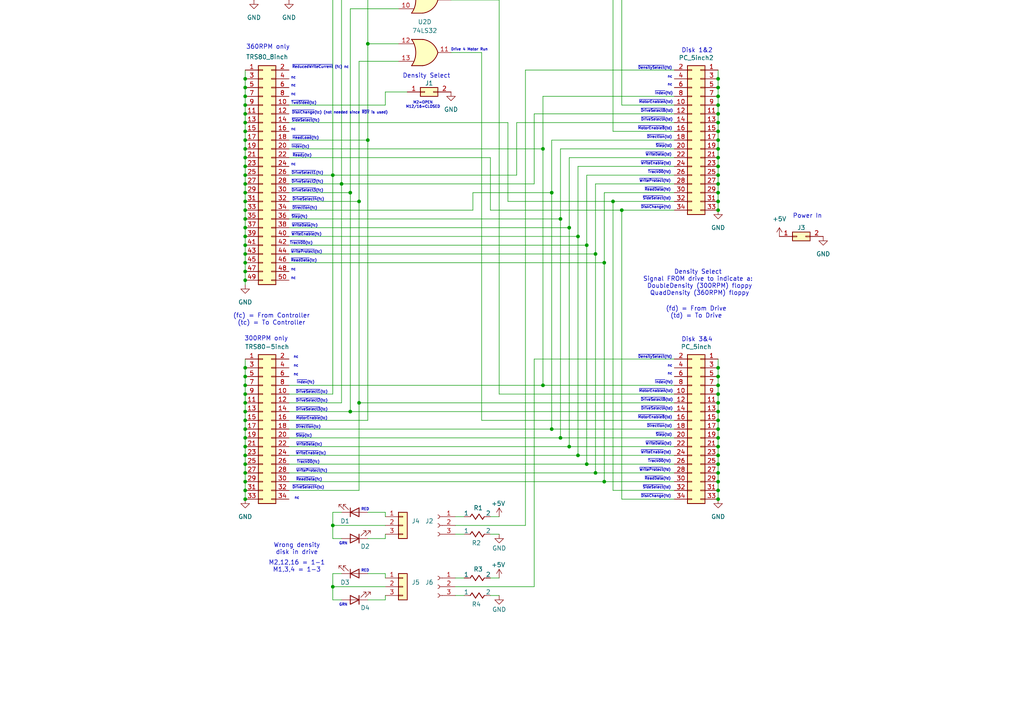
<source format=kicad_sch>
(kicad_sch (version 20231120) (generator "eeschema") (generator_version "8.0")
  (paper "A4")
  (lib_symbols
    (symbol "74xx:74LS32" (pin_names (offset 1.016))
      (property "Reference" "U" (at 0 1.27 0))
      (property "Value" "74LS32" (at 0 -1.27 0))
      (symbol "74LS32_1_1"
        (pin input line (at -7.62 2.54 0) (length 4.318) (name "~") (number "1"))
        (pin input line (at -7.62 -2.54 0) (length 4.318) (name "~") (number "2"))
        (pin output line (at 7.62 0 180) (length 3.81) (name "~") (number "3"))
      )
      (symbol "74LS32_1_2"
        (pin input inverted (at -7.62 2.54 0) (length 3.81) (name "~") (number "1"))
        (pin input inverted (at -7.62 -2.54 0) (length 3.81) (name "~") (number "2"))
        (pin output inverted (at 7.62 0 180) (length 3.81) (name "~") (number "3"))
      )
      (symbol "74LS32_2_1"
        (pin input line (at -7.62 2.54 0) (length 4.318) (name "~") (number "4"))
        (pin input line (at -7.62 -2.54 0) (length 4.318) (name "~") (number "5"))
        (pin output line (at 7.62 0 180) (length 3.81) (name "~") (number "6"))
      )
      (symbol "74LS32_2_2"
        (pin input inverted (at -7.62 2.54 0) (length 3.81) (name "~") (number "4"))
        (pin input inverted (at -7.62 -2.54 0) (length 3.81) (name "~") (number "5"))
        (pin output inverted (at 7.62 0 180) (length 3.81) (name "~") (number "6"))
      )
      (symbol "74LS32_3_1"
        (pin input line (at -7.62 -2.54 0) (length 4.318) (name "~") (number "10"))
        (pin output line (at 7.62 0 180) (length 3.81) (name "~") (number "8"))
        (pin input line (at -7.62 2.54 0) (length 4.318) (name "~") (number "9"))
      )
      (symbol "74LS32_3_2"
        (pin input inverted (at -7.62 -2.54 0) (length 3.81) (name "~") (number "10"))
        (pin output inverted (at 7.62 0 180) (length 3.81) (name "~") (number "8"))
        (pin input inverted (at -7.62 2.54 0) (length 3.81) (name "~") (number "9"))
      )
      (symbol "74LS32_4_1"
        (pin output line (at 7.62 0 180) (length 3.81) (name "~") (number "11"))
        (pin input line (at -7.62 2.54 0) (length 4.318) (name "~") (number "12"))
        (pin input line (at -7.62 -2.54 0) (length 4.318) (name "~") (number "13"))
      )
      (symbol "74LS32_4_2"
        (pin output inverted (at 7.62 0 180) (length 3.81) (name "~") (number "11"))
        (pin input inverted (at -7.62 2.54 0) (length 3.81) (name "~") (number "12"))
        (pin input inverted (at -7.62 -2.54 0) (length 3.81) (name "~") (number "13"))
      )
      (symbol "74LS32_5_0"
        (pin power_in line (at 0 12.7 270) (length 5.08) (name "VCC") (number "14"))
        (pin power_in line (at 0 -12.7 90) (length 5.08) (name "GND") (number "7"))
      )
    )
    (symbol "ArfonSymbols:Resistor" (pin_numbers hide) (pin_names (offset 0))
      (property "Reference" "R?" (at 3.81 2.54 0))
      (property "Value" "Resistor" (at 4.318 -1.778 0))
      (symbol "Resistor_1_1"
        (pin passive line (at 0 0 0) (length 1.27) (name "1") (number "1"))
        (pin passive line (at 7.62 0 180) (length 1.27) (name "2") (number "2"))
      )
    )
    (symbol "Connector:Conn_01x03_Socket" (pin_names (offset 1.016) hide)
      (property "Reference" "J" (at 0 5.08 0))
      (property "Value" "Conn_01x03_Socket" (at 0 -5.08 0))
      (symbol "Conn_01x03_Socket_1_1"
        (pin passive line (at -5.08 2.54 0) (length 3.81) (name "Pin_1") (number "1"))
        (pin passive line (at -5.08 0 0) (length 3.81) (name "Pin_2") (number "2"))
        (pin passive line (at -5.08 -2.54 0) (length 3.81) (name "Pin_3") (number "3"))
      )
    )
    (symbol "Connector_Generic:Conn_01x03" (pin_names (offset 1.016) hide)
      (property "Reference" "J" (at 0 5.08 0))
      (property "Value" "Conn_01x03" (at 0 -5.08 0))
      (symbol "Conn_01x03_1_1"
        (pin passive line (at -5.08 2.54 0) (length 3.81) (name "Pin_1") (number "1"))
        (pin passive line (at -5.08 0 0) (length 3.81) (name "Pin_2") (number "2"))
        (pin passive line (at -5.08 -2.54 0) (length 3.81) (name "Pin_3") (number "3"))
      )
    )
    (symbol "Connector_Generic:Conn_02x01" (pin_names (offset 1.016) hide)
      (property "Reference" "J" (at 1.27 2.54 0))
      (property "Value" "Conn_02x01" (at 1.27 -2.54 0))
      (symbol "Conn_02x01_1_1"
        (pin passive line (at -5.08 0 0) (length 3.81) (name "Pin_1") (number "1"))
        (pin passive line (at 7.62 0 180) (length 3.81) (name "Pin_2") (number "2"))
      )
    )
    (symbol "Connector_Generic:Conn_02x17_Odd_Even" (pin_names (offset 1.016) hide)
      (property "Reference" "J" (at 1.27 22.86 0))
      (property "Value" "Conn_02x17_Odd_Even" (at 1.27 -22.86 0))
      (symbol "Conn_02x17_Odd_Even_1_1"
        (pin passive line (at -5.08 20.32 0) (length 3.81) (name "Pin_1") (number "1"))
        (pin passive line (at 7.62 10.16 180) (length 3.81) (name "Pin_10") (number "10"))
        (pin passive line (at -5.08 7.62 0) (length 3.81) (name "Pin_11") (number "11"))
        (pin passive line (at 7.62 7.62 180) (length 3.81) (name "Pin_12") (number "12"))
        (pin passive line (at -5.08 5.08 0) (length 3.81) (name "Pin_13") (number "13"))
        (pin passive line (at 7.62 5.08 180) (length 3.81) (name "Pin_14") (number "14"))
        (pin passive line (at -5.08 2.54 0) (length 3.81) (name "Pin_15") (number "15"))
        (pin passive line (at 7.62 2.54 180) (length 3.81) (name "Pin_16") (number "16"))
        (pin passive line (at -5.08 0 0) (length 3.81) (name "Pin_17") (number "17"))
        (pin passive line (at 7.62 0 180) (length 3.81) (name "Pin_18") (number "18"))
        (pin passive line (at -5.08 -2.54 0) (length 3.81) (name "Pin_19") (number "19"))
        (pin passive line (at 7.62 20.32 180) (length 3.81) (name "Pin_2") (number "2"))
        (pin passive line (at 7.62 -2.54 180) (length 3.81) (name "Pin_20") (number "20"))
        (pin passive line (at -5.08 -5.08 0) (length 3.81) (name "Pin_21") (number "21"))
        (pin passive line (at 7.62 -5.08 180) (length 3.81) (name "Pin_22") (number "22"))
        (pin passive line (at -5.08 -7.62 0) (length 3.81) (name "Pin_23") (number "23"))
        (pin passive line (at 7.62 -7.62 180) (length 3.81) (name "Pin_24") (number "24"))
        (pin passive line (at -5.08 -10.16 0) (length 3.81) (name "Pin_25") (number "25"))
        (pin passive line (at 7.62 -10.16 180) (length 3.81) (name "Pin_26") (number "26"))
        (pin passive line (at -5.08 -12.7 0) (length 3.81) (name "Pin_27") (number "27"))
        (pin passive line (at 7.62 -12.7 180) (length 3.81) (name "Pin_28") (number "28"))
        (pin passive line (at -5.08 -15.24 0) (length 3.81) (name "Pin_29") (number "29"))
        (pin passive line (at -5.08 17.78 0) (length 3.81) (name "Pin_3") (number "3"))
        (pin passive line (at 7.62 -15.24 180) (length 3.81) (name "Pin_30") (number "30"))
        (pin passive line (at -5.08 -17.78 0) (length 3.81) (name "Pin_31") (number "31"))
        (pin passive line (at 7.62 -17.78 180) (length 3.81) (name "Pin_32") (number "32"))
        (pin passive line (at -5.08 -20.32 0) (length 3.81) (name "Pin_33") (number "33"))
        (pin passive line (at 7.62 -20.32 180) (length 3.81) (name "Pin_34") (number "34"))
        (pin passive line (at 7.62 17.78 180) (length 3.81) (name "Pin_4") (number "4"))
        (pin passive line (at -5.08 15.24 0) (length 3.81) (name "Pin_5") (number "5"))
        (pin passive line (at 7.62 15.24 180) (length 3.81) (name "Pin_6") (number "6"))
        (pin passive line (at -5.08 12.7 0) (length 3.81) (name "Pin_7") (number "7"))
        (pin passive line (at 7.62 12.7 180) (length 3.81) (name "Pin_8") (number "8"))
        (pin passive line (at -5.08 10.16 0) (length 3.81) (name "Pin_9") (number "9"))
      )
    )
    (symbol "Connector_Generic:Conn_02x25_Odd_Even" (pin_names (offset 1.016) hide)
      (property "Reference" "J" (at 1.27 33.02 0))
      (property "Value" "Conn_02x25_Odd_Even" (at 1.27 -33.02 0))
      (symbol "Conn_02x25_Odd_Even_1_1"
        (pin passive line (at -5.08 30.48 0) (length 3.81) (name "Pin_1") (number "1"))
        (pin passive line (at 7.62 20.32 180) (length 3.81) (name "Pin_10") (number "10"))
        (pin passive line (at -5.08 17.78 0) (length 3.81) (name "Pin_11") (number "11"))
        (pin passive line (at 7.62 17.78 180) (length 3.81) (name "Pin_12") (number "12"))
        (pin passive line (at -5.08 15.24 0) (length 3.81) (name "Pin_13") (number "13"))
        (pin passive line (at 7.62 15.24 180) (length 3.81) (name "Pin_14") (number "14"))
        (pin passive line (at -5.08 12.7 0) (length 3.81) (name "Pin_15") (number "15"))
        (pin passive line (at 7.62 12.7 180) (length 3.81) (name "Pin_16") (number "16"))
        (pin passive line (at -5.08 10.16 0) (length 3.81) (name "Pin_17") (number "17"))
        (pin passive line (at 7.62 10.16 180) (length 3.81) (name "Pin_18") (number "18"))
        (pin passive line (at -5.08 7.62 0) (length 3.81) (name "Pin_19") (number "19"))
        (pin passive line (at 7.62 30.48 180) (length 3.81) (name "Pin_2") (number "2"))
        (pin passive line (at 7.62 7.62 180) (length 3.81) (name "Pin_20") (number "20"))
        (pin passive line (at -5.08 5.08 0) (length 3.81) (name "Pin_21") (number "21"))
        (pin passive line (at 7.62 5.08 180) (length 3.81) (name "Pin_22") (number "22"))
        (pin passive line (at -5.08 2.54 0) (length 3.81) (name "Pin_23") (number "23"))
        (pin passive line (at 7.62 2.54 180) (length 3.81) (name "Pin_24") (number "24"))
        (pin passive line (at -5.08 0 0) (length 3.81) (name "Pin_25") (number "25"))
        (pin passive line (at 7.62 0 180) (length 3.81) (name "Pin_26") (number "26"))
        (pin passive line (at -5.08 -2.54 0) (length 3.81) (name "Pin_27") (number "27"))
        (pin passive line (at 7.62 -2.54 180) (length 3.81) (name "Pin_28") (number "28"))
        (pin passive line (at -5.08 -5.08 0) (length 3.81) (name "Pin_29") (number "29"))
        (pin passive line (at -5.08 27.94 0) (length 3.81) (name "Pin_3") (number "3"))
        (pin passive line (at 7.62 -5.08 180) (length 3.81) (name "Pin_30") (number "30"))
        (pin passive line (at -5.08 -7.62 0) (length 3.81) (name "Pin_31") (number "31"))
        (pin passive line (at 7.62 -7.62 180) (length 3.81) (name "Pin_32") (number "32"))
        (pin passive line (at -5.08 -10.16 0) (length 3.81) (name "Pin_33") (number "33"))
        (pin passive line (at 7.62 -10.16 180) (length 3.81) (name "Pin_34") (number "34"))
        (pin passive line (at -5.08 -12.7 0) (length 3.81) (name "Pin_35") (number "35"))
        (pin passive line (at 7.62 -12.7 180) (length 3.81) (name "Pin_36") (number "36"))
        (pin passive line (at -5.08 -15.24 0) (length 3.81) (name "Pin_37") (number "37"))
        (pin passive line (at 7.62 -15.24 180) (length 3.81) (name "Pin_38") (number "38"))
        (pin passive line (at -5.08 -17.78 0) (length 3.81) (name "Pin_39") (number "39"))
        (pin passive line (at 7.62 27.94 180) (length 3.81) (name "Pin_4") (number "4"))
        (pin passive line (at 7.62 -17.78 180) (length 3.81) (name "Pin_40") (number "40"))
        (pin passive line (at -5.08 -20.32 0) (length 3.81) (name "Pin_41") (number "41"))
        (pin passive line (at 7.62 -20.32 180) (length 3.81) (name "Pin_42") (number "42"))
        (pin passive line (at -5.08 -22.86 0) (length 3.81) (name "Pin_43") (number "43"))
        (pin passive line (at 7.62 -22.86 180) (length 3.81) (name "Pin_44") (number "44"))
        (pin passive line (at -5.08 -25.4 0) (length 3.81) (name "Pin_45") (number "45"))
        (pin passive line (at 7.62 -25.4 180) (length 3.81) (name "Pin_46") (number "46"))
        (pin passive line (at -5.08 -27.94 0) (length 3.81) (name "Pin_47") (number "47"))
        (pin passive line (at 7.62 -27.94 180) (length 3.81) (name "Pin_48") (number "48"))
        (pin passive line (at -5.08 -30.48 0) (length 3.81) (name "Pin_49") (number "49"))
        (pin passive line (at -5.08 25.4 0) (length 3.81) (name "Pin_5") (number "5"))
        (pin passive line (at 7.62 -30.48 180) (length 3.81) (name "Pin_50") (number "50"))
        (pin passive line (at 7.62 25.4 180) (length 3.81) (name "Pin_6") (number "6"))
        (pin passive line (at -5.08 22.86 0) (length 3.81) (name "Pin_7") (number "7"))
        (pin passive line (at 7.62 22.86 180) (length 3.81) (name "Pin_8") (number "8"))
        (pin passive line (at -5.08 20.32 0) (length 3.81) (name "Pin_9") (number "9"))
      )
    )
    (symbol "Device:LED" (pin_numbers hide) (pin_names (offset 1.016) hide)
      (property "Reference" "D" (at 0 2.54 0))
      (property "Value" "LED" (at 0 -2.54 0))
      (symbol "LED_1_1"
        (pin passive line (at -3.81 0 0) (length 2.54) (name "K") (number "1"))
        (pin passive line (at 3.81 0 180) (length 2.54) (name "A") (number "2"))
      )
    )
    (symbol "GenericComponents:Capacitor_-_Polarized" (pin_numbers hide) (pin_names (offset 0.254))
      (property "Reference" "C" (at 1.778 1.778 0))
      (property "Value" "Capacitor" (at 2.54 -5.08 0))
      (symbol "Capacitor_-_Polarized_1_1"
        (pin passive line (at 0 2.54 270) (length 2.54) (name "1") (number "1"))
        (pin passive line (at 0 -5.08 90) (length 2.54) (name "2") (number "2"))
      )
    )
    (symbol "power:+5V" (power) (pin_names (offset 0))
      (property "Value" "+5V" (at 0 3.556 0))
      (symbol "+5V_1_1"
        (pin power_in line (at 0 0 90) (length 0) hide (name "+5V") (number "1"))
      )
    )
    (symbol "power:GND" (power) (pin_names (offset 0))
      (property "Value" "GND" (at 0 -3.81 0))
      (symbol "GND_1_1"
        (pin power_in line (at 0 0 270) (length 0) hide (name "GND") (number "1"))
      )
    )
  )
  (junction (at 208.28 144.78))
  (junction (at 180.34 60.96))
  (junction (at 172.72 73.66))
  (junction (at 71.12 134.62))
  (junction (at 175.26 139.7))
  (junction (at 208.28 53.34))
  (junction (at 71.12 132.08))
  (junction (at 99.06 53.34))
  (junction (at 165.1 66.04))
  (junction (at 208.28 116.84))
  (junction (at 71.12 30.48))
  (junction (at 208.28 111.76))
  (junction (at 71.12 66.04))
  (junction (at 71.12 111.76))
  (junction (at 96.52 170.18))
  (junction (at 71.12 73.66))
  (junction (at 208.28 22.86))
  (junction (at 71.12 27.94))
  (junction (at 71.12 35.56))
  (junction (at 71.12 142.24))
  (junction (at 106.68 -2.54))
  (junction (at 106.68 12.7))
  (junction (at 71.12 25.4))
  (junction (at 71.12 68.58))
  (junction (at 170.18 134.62))
  (junction (at 71.12 76.2))
  (junction (at 71.12 129.54))
  (junction (at 106.68 -17.78))
  (junction (at 73.66 -25.4))
  (junction (at 208.28 134.62))
  (junction (at 208.28 127))
  (junction (at 208.28 43.18))
  (junction (at 71.12 114.3))
  (junction (at 208.28 35.56))
  (junction (at 177.8 58.42))
  (junction (at 208.28 106.68))
  (junction (at 71.12 121.92))
  (junction (at 71.12 119.38))
  (junction (at 208.28 48.26))
  (junction (at 208.28 50.8))
  (junction (at 96.52 152.4))
  (junction (at 208.28 27.94))
  (junction (at 71.12 43.18))
  (junction (at 167.64 68.58))
  (junction (at 208.28 109.22))
  (junction (at 208.28 137.16))
  (junction (at 71.12 40.64))
  (junction (at 71.12 81.28))
  (junction (at 162.56 63.5))
  (junction (at 71.12 50.8))
  (junction (at 71.12 71.12))
  (junction (at 157.48 111.76))
  (junction (at 157.48 43.18))
  (junction (at 170.18 71.12))
  (junction (at 172.72 137.16))
  (junction (at 71.12 38.1))
  (junction (at 71.12 22.86))
  (junction (at 208.28 114.3))
  (junction (at 104.14 58.42))
  (junction (at 160.02 55.88))
  (junction (at 208.28 132.08))
  (junction (at 208.28 40.64))
  (junction (at 160.02 124.46))
  (junction (at 162.56 127))
  (junction (at 71.12 144.78))
  (junction (at 71.12 33.02))
  (junction (at 71.12 45.72))
  (junction (at 208.28 129.54))
  (junction (at 208.28 121.92))
  (junction (at 208.28 55.88))
  (junction (at 71.12 53.34))
  (junction (at 71.12 60.96))
  (junction (at 71.12 106.68))
  (junction (at 71.12 124.46))
  (junction (at 71.12 137.16))
  (junction (at 208.28 119.38))
  (junction (at 165.1 129.54))
  (junction (at 208.28 45.72))
  (junction (at 104.14 116.84))
  (junction (at 208.28 33.02))
  (junction (at 71.12 109.22))
  (junction (at 71.12 139.7))
  (junction (at 101.6 119.38))
  (junction (at 71.12 116.84))
  (junction (at 71.12 58.42))
  (junction (at 71.12 55.88))
  (junction (at 208.28 30.48))
  (junction (at 101.6 55.88))
  (junction (at 208.28 38.1))
  (junction (at 71.12 48.26))
  (junction (at 208.28 58.42))
  (junction (at 167.64 132.08))
  (junction (at 208.28 124.46))
  (junction (at 71.12 63.5))
  (junction (at 208.28 142.24))
  (junction (at 208.28 139.7))
  (junction (at 208.28 60.96))
  (junction (at 175.26 76.2))
  (junction (at 96.52 50.8))
  (junction (at 71.12 78.74))
  (junction (at 208.28 25.4))
  (junction (at 71.12 127))
  (junction (at 106.68 40.64))
  (wire (pts (xy 83.82 137.16) (xy 172.72 137.16)))
  (wire (pts (xy 83.82 43.18) (xy 157.48 43.18)))
  (wire (pts (xy 130.81 -30.48) (xy 180.34 -30.48)))
  (wire (pts (xy 139.7 15.24) (xy 139.7 121.92)))
  (wire (pts (xy 208.28 121.92) (xy 208.28 124.46)))
  (wire (pts (xy 208.28 124.46) (xy 208.28 127)))
  (wire (pts (xy 152.4 20.32) (xy 152.4 152.4)))
  (wire (pts (xy 180.34 30.48) (xy 180.34 -30.48)))
  (wire (pts (xy 71.12 50.8) (xy 71.12 53.34)))
  (wire (pts (xy 208.28 27.94) (xy 208.28 30.48)))
  (wire (pts (xy 162.56 127) (xy 195.58 127)))
  (wire (pts (xy 71.12 27.94) (xy 71.12 30.48)))
  (wire (pts (xy 96.52 50.8) (xy 96.52 114.3)))
  (wire (pts (xy 83.82 58.42) (xy 104.14 58.42)))
  (wire (pts (xy 160.02 55.88) (xy 160.02 124.46)))
  (wire (pts (xy 157.48 27.94) (xy 195.58 27.94)))
  (wire (pts (xy 139.7 121.92) (xy 195.58 121.92)))
  (wire (pts (xy 83.82 40.64) (xy 106.68 40.64)))
  (wire (pts (xy 208.28 109.22) (xy 208.28 111.76)))
  (wire (pts (xy 106.68 12.7) (xy 115.57 12.7)))
  (wire (pts (xy 99.06 148.59) (xy 96.52 148.59)))
  (wire (pts (xy 111.76 30.48) (xy 111.76 26.67)))
  (wire (pts (xy 147.32 35.56) (xy 147.32 58.42)))
  (wire (pts (xy 83.82 139.7) (xy 175.26 139.7)))
  (wire (pts (xy 71.12 116.84) (xy 71.12 119.38)))
  (wire (pts (xy 165.1 129.54) (xy 195.58 129.54)))
  (wire (pts (xy 106.68 121.92) (xy 83.82 121.92)))
  (wire (pts (xy 172.72 53.34) (xy 172.72 73.66)))
  (wire (pts (xy 157.48 27.94) (xy 157.48 43.18)))
  (wire (pts (xy 71.12 38.1) (xy 71.12 40.64)))
  (wire (pts (xy 71.12 119.38) (xy 71.12 121.92)))
  (wire (pts (xy 104.14 116.84) (xy 104.14 142.24)))
  (wire (pts (xy 71.12 53.34) (xy 71.12 55.88)))
  (wire (pts (xy 101.6 55.88) (xy 101.6 2.54)))
  (wire (pts (xy 149.86 50.8) (xy 149.86 35.56)))
  (wire (pts (xy 71.12 134.62) (xy 71.12 137.16)))
  (wire (pts (xy 104.14 142.24) (xy 83.82 142.24)))
  (wire (pts (xy 177.8 142.24) (xy 195.58 142.24)))
  (wire (pts (xy 106.68 166.37) (xy 111.76 166.37)))
  (wire (pts (xy 71.12 40.64) (xy 71.12 43.18)))
  (wire (pts (xy 106.68 -2.54) (xy 106.68 12.7)))
  (wire (pts (xy 208.28 38.1) (xy 208.28 40.64)))
  (wire (pts (xy 83.82 132.08) (xy 167.64 132.08)))
  (wire (pts (xy 71.12 66.04) (xy 71.12 68.58)))
  (wire (pts (xy 154.94 53.34) (xy 154.94 33.02)))
  (wire (pts (xy 71.12 60.96) (xy 71.12 63.5)))
  (wire (pts (xy 208.28 119.38) (xy 208.28 121.92)))
  (wire (pts (xy 106.68 -17.78) (xy 106.68 -2.54)))
  (wire (pts (xy 71.12 76.2) (xy 71.12 78.74)))
  (wire (pts (xy 83.82 76.2) (xy 175.26 76.2)))
  (wire (pts (xy 111.76 166.37) (xy 111.76 167.64)))
  (wire (pts (xy 71.12 33.02) (xy 71.12 35.56)))
  (wire (pts (xy 144.78 0) (xy 144.78 114.3)))
  (wire (pts (xy 83.82 111.76) (xy 157.48 111.76)))
  (wire (pts (xy 106.68 156.21) (xy 111.76 156.21)))
  (wire (pts (xy 71.12 55.88) (xy 71.12 58.42)))
  (wire (pts (xy 160.02 124.46) (xy 195.58 124.46)))
  (wire (pts (xy 71.12 132.08) (xy 71.12 134.62)))
  (wire (pts (xy 83.82 68.58) (xy 167.64 68.58)))
  (wire (pts (xy 71.12 43.18) (xy 71.12 45.72)))
  (wire (pts (xy 132.08 170.18) (xy 154.94 170.18)))
  (wire (pts (xy 83.82 73.66) (xy 172.72 73.66)))
  (wire (pts (xy 160.02 40.64) (xy 160.02 55.88)))
  (wire (pts (xy 132.08 167.64) (xy 134.62 167.64)))
  (wire (pts (xy 142.24 172.72) (xy 144.78 172.72)))
  (wire (pts (xy 73.66 -7.62) (xy 73.66 -25.4)))
  (wire (pts (xy 96.52 170.18) (xy 111.76 170.18)))
  (wire (pts (xy 104.14 58.42) (xy 104.14 116.84)))
  (wire (pts (xy 180.34 60.96) (xy 180.34 144.78)))
  (wire (pts (xy 71.12 104.14) (xy 71.12 106.68)))
  (wire (pts (xy 167.64 132.08) (xy 195.58 132.08)))
  (wire (pts (xy 71.12 114.3) (xy 71.12 116.84)))
  (wire (pts (xy 83.82 55.88) (xy 101.6 55.88)))
  (wire (pts (xy 142.24 154.94) (xy 144.78 154.94)))
  (wire (pts (xy 130.81 0) (xy 144.78 0)))
  (wire (pts (xy 104.14 116.84) (xy 195.58 116.84)))
  (wire (pts (xy 208.28 40.64) (xy 208.28 43.18)))
  (wire (pts (xy 99.06 53.34) (xy 99.06 -12.7)))
  (wire (pts (xy 83.82 119.38) (xy 101.6 119.38)))
  (wire (pts (xy 71.12 22.86) (xy 71.12 25.4)))
  (wire (pts (xy 157.48 111.76) (xy 195.58 111.76)))
  (wire (pts (xy 71.12 25.4) (xy 71.12 27.94)))
  (wire (pts (xy 71.12 124.46) (xy 71.12 127)))
  (wire (pts (xy 208.28 106.68) (xy 208.28 109.22)))
  (wire (pts (xy 177.8 58.42) (xy 177.8 142.24)))
  (wire (pts (xy 208.28 127) (xy 208.28 129.54)))
  (wire (pts (xy 99.06 116.84) (xy 83.82 116.84)))
  (wire (pts (xy 195.58 43.18) (xy 162.56 43.18)))
  (wire (pts (xy 139.7 15.24) (xy 130.81 15.24)))
  (wire (pts (xy 167.64 68.58) (xy 167.64 132.08)))
  (wire (pts (xy 208.28 58.42) (xy 208.28 60.96)))
  (wire (pts (xy 106.68 40.64) (xy 106.68 121.92)))
  (wire (pts (xy 99.06 166.37) (xy 96.52 166.37)))
  (wire (pts (xy 177.8 38.1) (xy 195.58 38.1)))
  (wire (pts (xy 111.76 148.59) (xy 111.76 149.86)))
  (wire (pts (xy 195.58 53.34) (xy 172.72 53.34)))
  (wire (pts (xy 71.12 78.74) (xy 71.12 81.28)))
  (wire (pts (xy 106.68 148.59) (xy 111.76 148.59)))
  (wire (pts (xy 71.12 111.76) (xy 71.12 114.3)))
  (wire (pts (xy 132.08 152.4) (xy 152.4 152.4)))
  (wire (pts (xy 71.12 63.5) (xy 71.12 66.04)))
  (wire (pts (xy 165.1 45.72) (xy 165.1 66.04)))
  (wire (pts (xy 106.68 -33.02) (xy 115.57 -33.02)))
  (wire (pts (xy 208.28 35.56) (xy 208.28 38.1)))
  (wire (pts (xy 137.16 60.96) (xy 137.16 55.88)))
  (wire (pts (xy 99.06 53.34) (xy 154.94 53.34)))
  (wire (pts (xy 208.28 129.54) (xy 208.28 132.08)))
  (wire (pts (xy 71.12 20.32) (xy 71.12 22.86)))
  (wire (pts (xy 83.82 30.48) (xy 111.76 30.48)))
  (wire (pts (xy 142.24 45.72) (xy 142.24 60.96)))
  (wire (pts (xy 71.12 129.54) (xy 71.12 132.08)))
  (wire (pts (xy 83.82 129.54) (xy 165.1 129.54)))
  (wire (pts (xy 177.8 -15.24) (xy 177.8 38.1)))
  (wire (pts (xy 96.52 -27.94) (xy 115.57 -27.94)))
  (wire (pts (xy 96.52 173.99) (xy 99.06 173.99)))
  (wire (pts (xy 71.12 109.22) (xy 71.12 111.76)))
  (wire (pts (xy 111.76 154.94) (xy 111.76 156.21)))
  (wire (pts (xy 101.6 119.38) (xy 195.58 119.38)))
  (wire (pts (xy 71.12 139.7) (xy 71.12 142.24)))
  (wire (pts (xy 71.12 121.92) (xy 71.12 124.46)))
  (wire (pts (xy 162.56 43.18) (xy 162.56 63.5)))
  (wire (pts (xy 154.94 33.02) (xy 195.58 33.02)))
  (wire (pts (xy 208.28 111.76) (xy 208.28 114.3)))
  (wire (pts (xy 71.12 30.48) (xy 71.12 33.02)))
  (wire (pts (xy 106.68 -2.54) (xy 115.57 -2.54)))
  (wire (pts (xy 149.86 35.56) (xy 195.58 35.56)))
  (wire (pts (xy 208.28 139.7) (xy 208.28 142.24)))
  (wire (pts (xy 96.52 170.18) (xy 96.52 173.99)))
  (wire (pts (xy 71.12 81.28) (xy 71.12 82.55)))
  (wire (pts (xy 71.12 73.66) (xy 71.12 76.2)))
  (wire (pts (xy 172.72 137.16) (xy 195.58 137.16)))
  (wire (pts (xy 195.58 20.32) (xy 152.4 20.32)))
  (wire (pts (xy 208.28 45.72) (xy 208.28 48.26)))
  (wire (pts (xy 167.64 48.26) (xy 167.64 68.58)))
  (wire (pts (xy 170.18 50.8) (xy 170.18 71.12)))
  (wire (pts (xy 83.82 45.72) (xy 142.24 45.72)))
  (wire (pts (xy 96.52 152.4) (xy 96.52 156.21)))
  (wire (pts (xy 195.58 50.8) (xy 170.18 50.8)))
  (wire (pts (xy 96.52 50.8) (xy 149.86 50.8)))
  (wire (pts (xy 208.28 25.4) (xy 208.28 27.94)))
  (wire (pts (xy 165.1 66.04) (xy 165.1 129.54)))
  (wire (pts (xy 71.12 127) (xy 71.12 129.54)))
  (wire (pts (xy 96.52 50.8) (xy 96.52 -27.94)))
  (wire (pts (xy 157.48 43.18) (xy 157.48 111.76)))
  (wire (pts (xy 71.12 106.68) (xy 71.12 109.22)))
  (wire (pts (xy 71.12 71.12) (xy 71.12 73.66)))
  (wire (pts (xy 195.58 60.96) (xy 180.34 60.96)))
  (wire (pts (xy 83.82 127) (xy 162.56 127)))
  (wire (pts (xy 71.12 45.72) (xy 71.12 48.26)))
  (wire (pts (xy 83.82 124.46) (xy 160.02 124.46)))
  (wire (pts (xy 132.08 149.86) (xy 134.62 149.86)))
  (wire (pts (xy 208.28 116.84) (xy 208.28 119.38)))
  (wire (pts (xy 106.68 12.7) (xy 106.68 40.64)))
  (wire (pts (xy 101.6 55.88) (xy 101.6 119.38)))
  (wire (pts (xy 154.94 104.14) (xy 154.94 170.18)))
  (wire (pts (xy 83.82 71.12) (xy 170.18 71.12)))
  (wire (pts (xy 99.06 53.34) (xy 99.06 116.84)))
  (wire (pts (xy 83.82 63.5) (xy 162.56 63.5)))
  (wire (pts (xy 195.58 30.48) (xy 180.34 30.48)))
  (wire (pts (xy 177.8 58.42) (xy 195.58 58.42)))
  (wire (pts (xy 208.28 132.08) (xy 208.28 134.62)))
  (wire (pts (xy 208.28 114.3) (xy 208.28 116.84)))
  (wire (pts (xy 111.76 172.72) (xy 111.76 173.99)))
  (wire (pts (xy 96.52 114.3) (xy 83.82 114.3)))
  (wire (pts (xy 147.32 58.42) (xy 177.8 58.42)))
  (wire (pts (xy 83.82 35.56) (xy 147.32 35.56)))
  (wire (pts (xy 106.68 -33.02) (xy 106.68 -17.78)))
  (wire (pts (xy 180.34 60.96) (xy 142.24 60.96)))
  (wire (pts (xy 142.24 167.64) (xy 144.78 167.64)))
  (wire (pts (xy 111.76 26.67) (xy 118.11 26.67)))
  (wire (pts (xy 106.68 -17.78) (xy 115.57 -17.78)))
  (wire (pts (xy 83.82 50.8) (xy 96.52 50.8)))
  (wire (pts (xy 175.26 139.7) (xy 195.58 139.7)))
  (wire (pts (xy 208.28 142.24) (xy 208.28 144.78)))
  (wire (pts (xy 208.28 53.34) (xy 208.28 55.88)))
  (wire (pts (xy 96.52 156.21) (xy 99.06 156.21)))
  (wire (pts (xy 142.24 149.86) (xy 144.78 149.86)))
  (wire (pts (xy 83.82 60.96) (xy 137.16 60.96)))
  (wire (pts (xy 96.52 152.4) (xy 111.76 152.4)))
  (wire (pts (xy 73.66 -30.48) (xy 73.66 -25.4)))
  (wire (pts (xy 132.08 172.72) (xy 134.62 172.72)))
  (wire (pts (xy 208.28 55.88) (xy 208.28 58.42)))
  (wire (pts (xy 83.82 53.34) (xy 99.06 53.34)))
  (wire (pts (xy 195.58 104.14) (xy 154.94 104.14)))
  (wire (pts (xy 104.14 17.78) (xy 115.57 17.78)))
  (wire (pts (xy 172.72 73.66) (xy 172.72 137.16)))
  (wire (pts (xy 144.78 114.3) (xy 195.58 114.3)))
  (wire (pts (xy 106.68 173.99) (xy 111.76 173.99)))
  (wire (pts (xy 132.08 154.94) (xy 134.62 154.94)))
  (wire (pts (xy 162.56 63.5) (xy 162.56 127)))
  (wire (pts (xy 208.28 137.16) (xy 208.28 139.7)))
  (wire (pts (xy 73.66 -25.4) (xy 83.82 -25.4)))
  (wire (pts (xy 175.26 55.88) (xy 175.26 76.2)))
  (wire (pts (xy 208.28 33.02) (xy 208.28 35.56)))
  (wire (pts (xy 208.28 22.86) (xy 208.28 25.4)))
  (wire (pts (xy 71.12 68.58) (xy 71.12 71.12)))
  (wire (pts (xy 130.81 -15.24) (xy 177.8 -15.24)))
  (wire (pts (xy 195.58 40.64) (xy 160.02 40.64)))
  (wire (pts (xy 195.58 55.88) (xy 175.26 55.88)))
  (wire (pts (xy 208.28 20.32) (xy 208.28 22.86)))
  (wire (pts (xy 71.12 142.24) (xy 71.12 144.78)))
  (wire (pts (xy 208.28 134.62) (xy 208.28 137.16)))
  (wire (pts (xy 71.12 35.56) (xy 71.12 38.1)))
  (wire (pts (xy 208.28 50.8) (xy 208.28 53.34)))
  (wire (pts (xy 99.06 -12.7) (xy 115.57 -12.7)))
  (wire (pts (xy 208.28 104.14) (xy 208.28 106.68)))
  (wire (pts (xy 71.12 58.42) (xy 71.12 60.96)))
  (wire (pts (xy 170.18 134.62) (xy 195.58 134.62)))
  (wire (pts (xy 101.6 2.54) (xy 115.57 2.54)))
  (wire (pts (xy 137.16 55.88) (xy 160.02 55.88)))
  (wire (pts (xy 180.34 144.78) (xy 195.58 144.78)))
  (wire (pts (xy 170.18 71.12) (xy 170.18 134.62)))
  (wire (pts (xy 83.82 66.04) (xy 165.1 66.04)))
  (wire (pts (xy 195.58 48.26) (xy 167.64 48.26)))
  (wire (pts (xy 83.82 134.62) (xy 170.18 134.62)))
  (wire (pts (xy 208.28 48.26) (xy 208.28 50.8)))
  (wire (pts (xy 71.12 48.26) (xy 71.12 50.8)))
  (wire (pts (xy 175.26 76.2) (xy 175.26 139.7)))
  (wire (pts (xy 208.28 30.48) (xy 208.28 33.02)))
  (wire (pts (xy 195.58 45.72) (xy 165.1 45.72)))
  (wire (pts (xy 104.14 58.42) (xy 104.14 17.78)))
  (wire (pts (xy 96.52 148.59) (xy 96.52 152.4)))
  (wire (pts (xy 96.52 166.37) (xy 96.52 170.18)))
  (wire (pts (xy 208.28 43.18) (xy 208.28 45.72)))
  (wire (pts (xy 71.12 137.16) (xy 71.12 139.7)))
  (text "~{MotorEnableA}(td)" (at 190.246 113.538 0) (effects (font (size 0.762 0.762))))
  (text "~{WriteProtect}(fd)" (at 189.992 52.578 0) (effects (font (size 0.762 0.762))))
  (text "~{Index}(fd)" (at 192.532 27.178 0) (effects (font (size 0.762 0.762))))
  (text "(fc) = From Controller\n(tc) = To Controller" (at 78.74 92.71 0) (effects (font (size 1.27 1.27))))
  (text "~{WriteProtect}(tc)" (at 88.9 73.152 0) (effects (font (size 0.762 0.762))))
  (text "nc" (at 85.09 47.752 0) (effects (font (size 0.762 0.762))))
  (text "nc" (at 85.852 103.632 0) (effects (font (size 0.762 0.762))))
  (text "nc" (at 194.31 106.172 0) (effects (font (size 0.762 0.762))))
  (text "nc" (at 85.09 27.432 0) (effects (font (size 0.762 0.762))))
  (text "~{Ready}(tc)" (at 87.63 45.212 0) (effects (font (size 0.762 0.762))))
  (text "~{DensitySelect}(fd)" (at 189.992 103.632 0) (effects (font (size 0.762 0.762))))
  (text "~{DriveSelectA}(td)" (at 190.5 34.798 0) (effects (font (size 0.762 0.762))))
  (text "~{DriveSelectA}(td)" (at 190.5 118.618 0) (effects (font (size 0.762 0.762))))
  (text "~{WriteData}(td)" (at 191.008 44.958 0) (effects (font (size 0.762 0.762))))
  (text "~{DiskChange}(fd)" (at 190.246 60.198 0) (effects (font (size 0.762 0.762))))
  (text "nc" (at 194.31 24.638 0) (effects (font (size 0.762 0.762))))
  (text "~{HeadLoad}(fc)" (at 88.646 40.132 0) (effects (font (size 0.762 0.762))))
  (text "nc" (at 85.852 108.712 0) (effects (font (size 0.762 0.762))))
  (text "Wrong density\ndisk in drive" (at 86.106 159.258 0) (effects (font (size 1.27 1.27))))
  (text "~{WriteEnable}(fc)" (at 88.9 68.072 0) (effects (font (size 0.762 0.762))))
  (text "~{SideSelect}(fc)" (at 88.646 35.052 0) (effects (font (size 0.762 0.762))))
  (text "Disk 1&2" (at 202.184 14.732 0) (effects (font (size 1.27 1.27))))
  (text "~{Step}(td)" (at 192.532 126.238 0) (effects (font (size 0.762 0.762))))
  (text "~{WriteEnable}(tc)" (at 90.17 131.572 0) (effects (font (size 0.762 0.762))))
  (text "Drive 1 Motor Run" (at 135.89 -28.956 0) (effects (font (size 0.762 0.762))))
  (text "~{SideSelect}(td)" (at 190.5 57.658 0) (effects (font (size 0.762 0.762))))
  (text "~{MotorEnableB}(td)" (at 189.992 121.158 0) (effects (font (size 0.762 0.762))))
  (text "~{MotorEnableA}(td)" (at 190.246 29.718 0) (effects (font (size 0.762 0.762))))
  (text "~{DriveSelect1}(fc)" (at 89.154 50.292 0) (effects (font (size 0.762 0.762))))
  (text "~{Index}(fc)" (at 88.646 110.998 0) (effects (font (size 0.762 0.762))))
  (text "Density Select\nSignal FROM drive to indicate a:\n DoubleDensity (300RPM) floppy\n QuadDensity (360RPM) floppy" (at 202.438 82.042 0) (effects (font (size 1.27 1.27))))
  (text "Drive 3 Motor Run" (at 135.89 -0.762 0) (effects (font (size 0.762 0.762))))
  (text "~{DriveSelect3}(fc)" (at 89.154 55.372 0) (effects (font (size 0.762 0.762))))
  (text "360RPM only" (at 77.724 13.716 0) (effects (font (size 1.27 1.27))))
  (text "~{DriveSelect2}(fc)" (at 89.154 52.832 0) (effects (font (size 0.762 0.762))))
  (text "~{DriveSelect4}(fc)" (at 89.408 57.912 0) (effects (font (size 0.762 0.762))))
  (text "~{WriteData}(fc)" (at 88.392 65.532 0) (effects (font (size 0.762 0.762))))
  (text "GRN" (at 99.568 175.514 0) (effects (font (size 0.762 0.762))))
  (text "~{ReadData}(fd)" (at 190.754 55.118 0) (effects (font (size 0.762 0.762))))
  (text "~{Step}(td)" (at 192.532 42.418 0) (effects (font (size 0.762 0.762))))
  (text "Disk 3&4" (at 202.184 98.552 0) (effects (font (size 1.27 1.27))))
  (text "~{WriteEnable}(td)" (at 190.246 47.498 0) (effects (font (size 0.762 0.762))))
  (text "(fd) = From Drive\n(td) = To Drive" (at 201.93 90.678 0) (effects (font (size 1.27 1.27))))
  (text "RED" (at 105.918 147.828 0) (effects (font (size 0.762 0.762))))
  (text "nc" (at 85.09 24.892 0) (effects (font (size 0.762 0.762))))
  (text "~{Direction}(tc)" (at 89.408 123.952 0) (effects (font (size 0.762 0.762))))
  (text "~{DriveSelect2}(tc)" (at 90.424 116.332 0) (effects (font (size 0.762 0.762))))
  (text "nc" (at 85.09 37.592 0) (effects (font (size 0.762 0.762))))
  (text "~{Direction}(fc)" (at 88.392 60.452 0) (effects (font (size 0.762 0.762))))
  (text "~{DriveSelect3}(tc)" (at 90.424 118.872 0) (effects (font (size 0.762 0.762))))
  (text "nc" (at 194.31 22.352 0) (effects (font (size 0.762 0.762))))
  (text "~{SideSelect}(td)" (at 190.5 141.478 0) (effects (font (size 0.762 0.762))))
  (text "~{Track00}(fc)" (at 89.408 134.112 0) (effects (font (size 0.762 0.762))))
  (text "M2,12,16 = 1-1\nM1,3,4 = 1-3" (at 86.106 164.338 0) (effects (font (size 1.27 1.27))))
  (text "~{DriveSelect4}(tc)" (at 89.408 141.478 0) (effects (font (size 0.762 0.762))))
  (text "~{Track00}(fd)" (at 191.262 133.858 0) (effects (font (size 0.762 0.762))))
  (text "~{Index}(tc)" (at 87.122 42.672 0) (effects (font (size 0.762 0.762))))
  (text "~{WriteData}(tc)" (at 89.662 129.032 0) (effects (font (size 0.762 0.762))))
  (text "~{Direction}(td)" (at 191.262 123.698 0) (effects (font (size 0.762 0.762))))
  (text "nc" (at 85.09 22.606 0) (effects (font (size 0.762 0.762))))
  (text "~{Step}(fc)" (at 86.868 62.992 0) (effects (font (size 0.762 0.762))))
  (text "nc" (at 86.106 144.526 0) (effects (font (size 0.762 0.762))))
  (text "nc" (at 85.852 106.172 0) (effects (font (size 0.762 0.762))))
  (text "~{Track00}(fd)" (at 191.262 50.038 0) (effects (font (size 0.762 0.762))))
  (text "~{DiskChange}(fd)" (at 190.246 144.018 0) (effects (font (size 0.762 0.762))))
  (text "~{WriteEnable}(td)" (at 190.246 131.318 0) (effects (font (size 0.762 0.762))))
  (text "~{DensitySelect}(fd)" (at 189.992 19.812 0) (effects (font (size 0.762 0.762))))
  (text "~{Index}(fd)" (at 192.532 110.998 0) (effects (font (size 0.762 0.762))))
  (text "~{Track00}(tc)" (at 87.376 70.612 0) (effects (font (size 0.762 0.762))))
  (text "nc" (at 85.09 78.232 0) (effects (font (size 0.762 0.762))))
  (text "~{WriteProtect}(fd)" (at 189.992 136.398 0) (effects (font (size 0.762 0.762))))
  (text "~{ReducedWriteCurrent} (fc) nc" (at 92.964 19.558 0) (effects (font (size 0.762 0.762))))
  (text "Drive 4 Motor Run" (at 136.144 14.478 0) (effects (font (size 0.762 0.762))))
  (text "~{ReadData}(fd)" (at 190.754 138.938 0) (effects (font (size 0.762 0.762))))
  (text "300RPM only" (at 77.216 98.298 0) (effects (font (size 1.27 1.27))))
  (text "nc" (at 85.09 80.772 0) (effects (font (size 0.762 0.762))))
  (text "~{Step}(tc)" (at 88.138 126.492 0) (effects (font (size 0.762 0.762))))
  (text "~{WriteProtect}(fc)" (at 90.424 136.652 0) (effects (font (size 0.762 0.762))))
  (text "~{WriteData}(td)" (at 191.008 128.778 0) (effects (font (size 0.762 0.762))))
  (text "~{DriveSelect1}(tc)" (at 90.424 113.792 0) (effects (font (size 0.762 0.762))))
  (text "M2=OPEN\nM12/16=CLOSED" (at 122.682 30.48 0) (effects (font (size 0.762 0.762))))
  (text "~{MotorEnableB}(td)" (at 189.992 37.338 0) (effects (font (size 0.762 0.762))))
  (text "nc" (at 194.31 108.458 0) (effects (font (size 0.762 0.762))))
  (text "GRN" (at 99.568 157.734 0) (effects (font (size 0.762 0.762))))
  (text "~{ReadData}(fc)" (at 89.662 139.192 0) (effects (font (size 0.762 0.762))))
  (text "Power In" (at 234.188 62.738 0) (effects (font (size 1.27 1.27))))
  (text "~{ReadData}(tc)" (at 88.138 75.692 0) (effects (font (size 0.762 0.762))))
  (text "Density Select" (at 123.698 22.098 0) (effects (font (size 1.27 1.27))))
  (text "Drive 2 Motor Run" (at 135.636 -13.97 0) (effects (font (size 0.762 0.762))))
  (text "~{DiskChange}(tc) (not needed since ~{RDY} is used)" (at 98.552 32.766 0) (effects (font (size 0.762 0.762))))
  (text "~{DriveSelectB}(td)" (at 190.5 32.258 0) (effects (font (size 0.762 0.762))))
  (text "~{Direction}(td)" (at 191.262 39.878 0) (effects (font (size 0.762 0.762))))
  (text "~{DriveSelectB}(td)" (at 190.5 116.078 0) (effects (font (size 0.762 0.762))))
  (text "RED" (at 105.918 165.608 0) (effects (font (size 0.762 0.762))))
  (text "~{TwoSided}(tc)" (at 88.138 29.972 0) (effects (font (size 0.762 0.762))))
  (text "~{MotorEnable}(tc)" (at 90.424 121.412 0) (effects (font (size 0.762 0.762))))
  (symbol (lib_id "power:+5V") (at 144.78 167.64 0) (unit 1)
    (property "Reference" "#PWR015" (effects (hide yes)))
    (property "Value" "+5V" (at 144.526 163.83 0))
    (property "Description" "Power symbol creates a global label with name \"+5V\"" (effects (hide yes)))
  )
  (symbol (lib_id "Connector:Conn_01x03_Socket") (at 127 170.18 0) (mirror y) (unit 1)
    (property "Reference" "J6" (at 125.73 168.9099 0) (effects (justify left)))
    (property "Value" "Conn_01x03_Socket" (effects (hide yes)))
    (property "Description" "Generic connector, single row, 01x03, script generated" (effects (hide yes)))
  )
  (symbol (lib_id "power:GND") (at 208.28 144.78 0) (unit 1)
    (property "Reference" "#PWR02" (effects (hide yes)))
    (property "Value" "GND" (at 208.28 149.86 0))
    (property "Description" "Power symbol creates a global label with name \"GND\" , ground" (effects (hide yes)))
  )
  (symbol (lib_id "Connector_Generic:Conn_02x25_Odd_Even") (at 76.2 50.8 0) (unit 1)
    (property "Reference" "TRS80_8inch" (at 77.47 16.51 0))
    (property "Value" "Conn_02x25_Odd_Even" (effects (hide yes)))
    (property "Footprint" "Connector_PinHeader_2.54mm:PinHeader_2x25_P2.54mm_Vertical" (effects (hide yes)))
    (property "Description" "Generic connector, double row, 02x25, odd/even pin numbering scheme (row 1 odd numbers, row 2 even numbers), script generated (kicad-library-utils/schlib/autogen/connector/)" (effects (hide yes)))
  )
  (symbol (lib_id "power:+5V") (at 226.06 68.58 0) (unit 1)
    (property "Reference" "#PWR012" (effects (hide yes)))
    (property "Value" "+5V" (at 226.06 63.5 0))
    (property "Description" "Power symbol creates a global label with name \"+5V\"" (effects (hide yes)))
  )
  (symbol (lib_id "power:GND") (at 130.81 26.67 0) (unit 1)
    (property "Reference" "#PWR09" (effects (hide yes)))
    (property "Value" "GND" (at 130.81 31.75 0))
    (property "Description" "Power symbol creates a global label with name \"GND\" , ground" (effects (hide yes)))
  )
  (symbol (lib_id "Device:LED") (at 102.87 156.21 180) (unit 1)
    (property "Reference" "D2" (at 105.918 158.496 0))
    (property "Value" "LED" (effects (hide yes)))
    (property "Description" "Light emitting diode" (effects (hide yes)))
  )
  (symbol (lib_id "Connector_Generic:Conn_02x17_Odd_Even") (at 203.2 124.46 0) (mirror y) (unit 1)
    (property "Reference" "PC_5inch" (at 201.93 100.584 0))
    (property "Value" "Conn_02x17_Odd_Even" (effects (hide yes)))
    (property "Footprint" "Connector_PinHeader_2.54mm:PinHeader_2x17_P2.54mm_Vertical" (effects (hide yes)))
    (property "Description" "Generic connector, double row, 02x17, odd/even pin numbering scheme (row 1 odd numbers, row 2 even numbers), script generated (kicad-library-utils/schlib/autogen/connector/)" (effects (hide yes)))
  )
  (symbol (lib_id "Connector_Generic:Conn_02x01") (at 231.14 68.58 0) (unit 1)
    (property "Reference" "J3" (at 232.41 66.04 0))
    (property "Value" "Conn_02x01" (effects (hide yes)))
    (property "Description" "Generic connector, double row, 02x01, this symbol is compatible with counter-clockwise, top-bottom and odd-even numbering schemes., script generated (kicad-library-utils/schlib/autogen/connector/)" (effects (hide yes)))
  )
  (symbol (lib_id "ArfonSymbols:Resistor") (at 134.62 149.86 0) (unit 1)
    (property "Reference" "R1" (at 138.684 147.32 0))
    (property "Value" "Resistor" (effects (hide yes)))
    (property "Description" "Resistor" (effects (hide yes)))
  )
  (symbol (lib_id "74xx:74LS32") (at 123.19 -30.48 0) (unit 1)
    (property "Reference" "U2" (at 123.19 -39.37 0))
    (property "Value" "74LS32" (at 123.19 -36.83 0))
    (property "Datasheet" "http://www.ti.com/lit/gpn/sn74LS32" (effects (hide yes)))
    (property "Description" "Quad 2-input OR" (effects (hide yes)))
  )
  (symbol (lib_id "Connector:Conn_01x03_Socket") (at 127 152.4 0) (mirror y) (unit 1)
    (property "Reference" "J2" (at 125.73 151.1299 0) (effects (justify left)))
    (property "Value" "Conn_01x03_Socket" (effects (hide yes)))
    (property "Description" "Generic connector, single row, 01x03, script generated" (effects (hide yes)))
  )
  (symbol (lib_id "Connector_Generic:Conn_02x17_Odd_Even") (at 203.2 40.64 0) (mirror y) (unit 1)
    (property "Reference" "PC_5inch2" (at 201.93 16.764 0))
    (property "Value" "Conn_02x17_Odd_Even" (effects (hide yes)))
    (property "Footprint" "Connector_PinHeader_2.54mm:PinHeader_2x17_P2.54mm_Vertical" (effects (hide yes)))
    (property "Description" "Generic connector, double row, 02x17, odd/even pin numbering scheme (row 1 odd numbers, row 2 even numbers), script generated (kicad-library-utils/schlib/autogen/connector/)" (effects (hide yes)))
  )
  (symbol (lib_id "ArfonSymbols:Resistor") (at 134.62 154.94 0) (unit 1)
    (property "Reference" "R2" (at 138.176 157.48 0))
    (property "Value" "Resistor" (effects (hide yes)))
    (property "Description" "Resistor" (effects (hide yes)))
  )
  (symbol (lib_id "74xx:74LS32") (at 123.19 -15.24 0) (unit 2)
    (property "Reference" "U2" (at 123.19 -24.13 0))
    (property "Value" "74LS32" (at 123.19 -21.59 0))
    (property "Datasheet" "http://www.ti.com/lit/gpn/sn74LS32" (effects (hide yes)))
    (property "Description" "Quad 2-input OR" (effects (hide yes)))
  )
  (symbol (lib_id "Device:LED") (at 102.87 173.99 180) (unit 1)
    (property "Reference" "D4" (at 105.918 176.276 0))
    (property "Value" "LED" (effects (hide yes)))
    (property "Description" "Light emitting diode" (effects (hide yes)))
  )
  (symbol (lib_id "power:GND") (at 71.12 82.55 0) (unit 1)
    (property "Reference" "#PWR01" (effects (hide yes)))
    (property "Value" "GND" (at 71.12 87.63 0))
    (property "Description" "Power symbol creates a global label with name \"GND\" , ground" (effects (hide yes)))
  )
  (symbol (lib_id "power:GND") (at 238.76 68.58 0) (unit 1)
    (property "Reference" "#PWR011" (effects (hide yes)))
    (property "Value" "GND" (at 238.76 73.66 0))
    (property "Description" "Power symbol creates a global label with name \"GND\" , ground" (effects (hide yes)))
  )
  (symbol (lib_id "power:GND") (at 73.66 0 0) (unit 1)
    (property "Reference" "#PWR05" (effects (hide yes)))
    (property "Value" "GND" (at 73.66 5.08 0))
    (property "Description" "Power symbol creates a global label with name \"GND\" , ground" (effects (hide yes)))
  )
  (symbol (lib_id "74xx:74LS32") (at 123.19 0 0) (unit 3)
    (property "Reference" "U2" (at 123.19 -8.89 0))
    (property "Value" "74LS32" (at 123.19 -6.35 0))
    (property "Datasheet" "http://www.ti.com/lit/gpn/sn74LS32" (effects (hide yes)))
    (property "Description" "Quad 2-input OR" (effects (hide yes)))
  )
  (symbol (lib_id "GenericComponents:Capacitor_-_Polarized") (at 73.66 -5.08 0) (unit 1)
    (property "Reference" "C1" (at 65.532 -5.334 0) (effects (justify left)))
    (property "Value" "Capacitor" (at 60.96 -3.048 0) (effects (justify left)))
    (property "Description" "Polarized capacitor" (effects (hide yes)))
  )
  (symbol (lib_id "Connector_Generic:Conn_01x03") (at 116.84 170.18 0) (unit 1)
    (property "Reference" "J5" (at 119.38 168.9099 0) (effects (justify left)))
    (property "Value" "Conn_01x03" (effects (hide yes)))
    (property "Description" "Generic connector, single row, 01x03, script generated (kicad-library-utils/schlib/autogen/connector/)" (effects (hide yes)))
  )
  (symbol (lib_id "ArfonSymbols:Resistor") (at 134.62 172.72 0) (unit 1)
    (property "Reference" "R4" (at 138.176 175.26 0))
    (property "Value" "Resistor" (effects (hide yes)))
    (property "Description" "Resistor" (effects (hide yes)))
  )
  (symbol (lib_id "power:+5V") (at 73.66 -30.48 0) (unit 1)
    (property "Reference" "#PWR06" (effects (hide yes)))
    (property "Value" "+5V" (at 73.66 -35.56 0))
    (property "Description" "Power symbol creates a global label with name \"+5V\"" (effects (hide yes)))
  )
  (symbol (lib_id "Connector_Generic:Conn_01x03") (at 116.84 152.4 0) (unit 1)
    (property "Reference" "J4" (at 119.38 151.1299 0) (effects (justify left)))
    (property "Value" "Conn_01x03" (effects (hide yes)))
    (property "Description" "Generic connector, single row, 01x03, script generated (kicad-library-utils/schlib/autogen/connector/)" (effects (hide yes)))
  )
  (symbol (lib_id "Device:LED") (at 102.87 148.59 0) (mirror x) (unit 1)
    (property "Reference" "D1" (at 100.076 151.13 0))
    (property "Value" "LED" (effects (hide yes)))
    (property "Description" "Light emitting diode" (effects (hide yes)))
  )
  (symbol (lib_id "Connector_Generic:Conn_02x01") (at 123.19 26.67 0) (unit 1)
    (property "Reference" "J1" (at 124.46 24.13 0))
    (property "Value" "Conn_02x01" (effects (hide yes)))
    (property "Description" "Generic connector, double row, 02x01, this symbol is compatible with counter-clockwise, top-bottom and odd-even numbering schemes., script generated (kicad-library-utils/schlib/autogen/connector/)" (effects (hide yes)))
  )
  (symbol (lib_id "power:GND") (at 144.78 154.94 0) (unit 1)
    (property "Reference" "#PWR07" (effects (hide yes)))
    (property "Value" "GND" (at 144.78 159.004 0))
    (property "Description" "Power symbol creates a global label with name \"GND\" , ground" (effects (hide yes)))
  )
  (symbol (lib_id "power:GND") (at 83.82 0 0) (unit 1)
    (property "Reference" "#PWR04" (effects (hide yes)))
    (property "Value" "GND" (at 83.82 5.08 0))
    (property "Description" "Power symbol creates a global label with name \"GND\" , ground" (effects (hide yes)))
  )
  (symbol (lib_id "power:GND") (at 71.12 144.78 0) (mirror y) (unit 1)
    (property "Reference" "#PWR08" (effects (hide yes)))
    (property "Value" "GND" (at 71.12 149.86 0))
    (property "Description" "Power symbol creates a global label with name \"GND\" , ground" (effects (hide yes)))
  )
  (symbol (lib_id "74xx:74LS32") (at 123.19 15.24 0) (unit 4)
    (property "Reference" "U2" (at 123.19 6.35 0))
    (property "Value" "74LS32" (at 123.19 8.89 0))
    (property "Datasheet" "http://www.ti.com/lit/gpn/sn74LS32" (effects (hide yes)))
    (property "Description" "Quad 2-input OR" (effects (hide yes)))
  )
  (symbol (lib_id "74xx:74LS32") (at 83.82 -12.7 0) (unit 5)
    (property "Reference" "U1" (at 84.582 -21.59 0) (effects (justify left)))
    (property "Value" "74LS32" (at 79.756 -12.954 0) (effects (justify left)))
    (property "Datasheet" "http://www.ti.com/lit/gpn/sn74LS32" (effects (hide yes)))
    (property "Description" "Quad 2-input OR" (effects (hide yes)))
  )
  (symbol (lib_id "power:GND") (at 208.28 60.96 0) (unit 1)
    (property "Reference" "#PWR03" (effects (hide yes)))
    (property "Value" "GND" (at 208.28 66.04 0))
    (property "Description" "Power symbol creates a global label with name \"GND\" , ground" (effects (hide yes)))
  )
  (symbol (lib_id "ArfonSymbols:Resistor") (at 134.62 167.64 0) (unit 1)
    (property "Reference" "R3" (at 138.684 165.1 0))
    (property "Value" "Resistor" (effects (hide yes)))
    (property "Description" "Resistor" (effects (hide yes)))
  )
  (symbol (lib_id "Connector_Generic:Conn_02x17_Odd_Even") (at 76.2 124.46 0) (unit 1)
    (property "Reference" "TRS80-5inch" (at 77.47 100.584 0))
    (property "Value" "Conn_02x17_Odd_Even" (effects (hide yes)))
    (property "Footprint" "Connector_PinHeader_2.54mm:PinHeader_2x17_P2.54mm_Vertical" (effects (hide yes)))
    (property "Description" "Generic connector, double row, 02x17, odd/even pin numbering scheme (row 1 odd numbers, row 2 even numbers), script generated (kicad-library-utils/schlib/autogen/connector/)" (effects (hide yes)))
  )
  (symbol (lib_id "power:+5V") (at 144.78 149.86 0) (unit 1)
    (property "Reference" "#PWR010" (effects (hide yes)))
    (property "Value" "+5V" (at 144.526 146.05 0))
    (property "Description" "Power symbol creates a global label with name \"+5V\"" (effects (hide yes)))
  )
  (symbol (lib_id "power:GND") (at 144.78 172.72 0) (unit 1)
    (property "Reference" "#PWR016" (effects (hide yes)))
    (property "Value" "GND" (at 144.78 176.784 0))
    (property "Description" "Power symbol creates a global label with name \"GND\" , ground" (effects (hide yes)))
  )
  (symbol (lib_id "Device:LED") (at 102.87 166.37 0) (mirror x) (unit 1)
    (property "Reference" "D3" (at 100.076 168.91 0))
    (property "Value" "LED" (effects (hide yes)))
    (property "Description" "Light emitting diode" (effects (hide yes)))
  )
)
</source>
